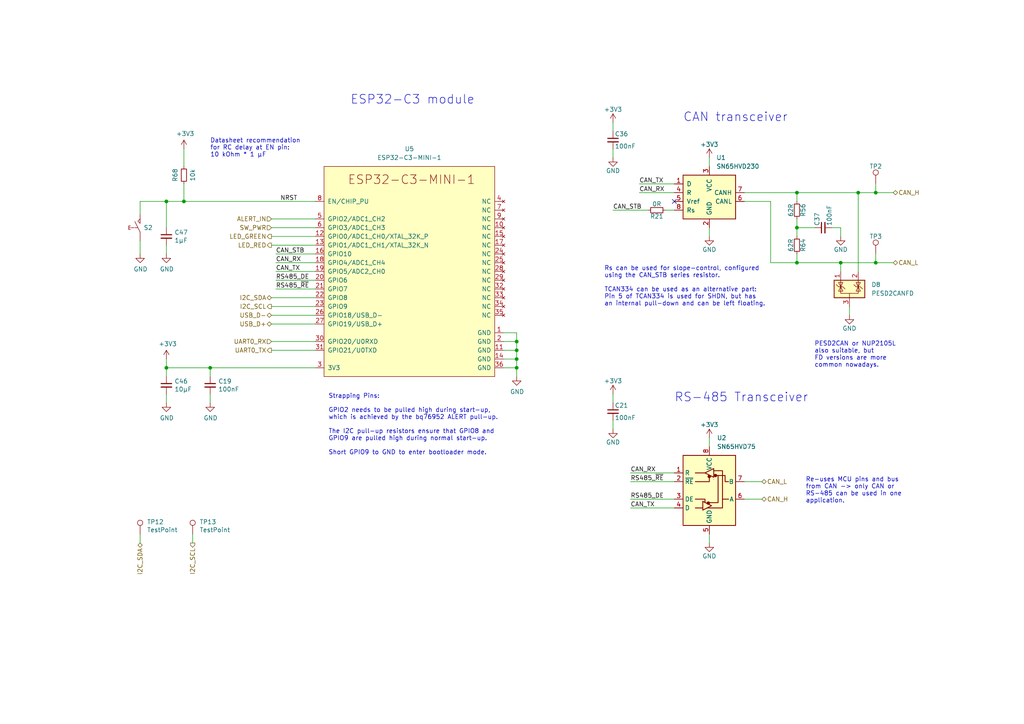
<source format=kicad_sch>
(kicad_sch (version 20231120) (generator "eeschema") (generator_version "8.0")
  (paper "A4")
  (title_block (title "Libre Solar BMS C1") (date "2024-03-17") (rev "0.4.1") (company "Libre Solar Technologies GmbH") (comment 1 "Website: https://libre.solar") (comment 2 "Author: Martin Jäger") (comment 3 "License: CERN-OHL-W"))
  (lib_symbols
    (symbol "Connector:TestPoint" (pin_numbers hide) (pin_names (offset 0.762) hide)
      (property "Reference" "TP" (at 0 6.858 0))
      (property "Value" "TestPoint" (at 0 5.08 0))
      (symbol "TestPoint_0_1"
        (circle (center 0 3.302) (radius 0.762))
      )
      (symbol "TestPoint_1_1"
        (pin passive line (at 0 0 90) (length 2.54) (name "1") (number "1"))
      )
    )
    (symbol "Espressif:ESP32-C3-MINI-1" (pin_names (offset 1.016))
      (property "Reference" "U" (at 0 33.02 0))
      (property "Value" "ESP32-C3-MINI-1" (at 0 -30.48 0))
      (symbol "ESP32-C3-MINI-1_0_0"
        (text "ESP32-C3-MINI-1" (at 1.27 27.94 0) (effects (font (size 2.54 2.54))))
      )
      (symbol "ESP32-C3-MINI-1_0_1"
        (rectangle (start -24.13 31.75) (end 25.4 -29.21) (fill (type background)))
      )
      (symbol "ESP32-C3-MINI-1_1_1"
        (pin power_in line (at 27.94 -16.51 180) (length 2.54) (name "GND") (number "1"))
        (pin no_connect line (at 27.94 13.97 180) (length 2.54) (name "NC") (number "10"))
        (pin power_in line (at 27.94 -21.59 180) (length 2.54) (name "GND") (number "11"))
        (pin bidirectional line (at -26.67 11.43 0) (length 2.54) (name "GPIO0/ADC1_CH0/XTAL_32K_P") (number "12"))
        (pin bidirectional line (at -26.67 8.89 0) (length 2.54) (name "GPIO1/ADC1_CH1/XTAL_32K_N") (number "13"))
        (pin power_in line (at 27.94 -24.13 180) (length 2.54) (name "GND") (number "14"))
        (pin no_connect line (at 27.94 11.43 180) (length 2.54) (name "NC") (number "15"))
        (pin bidirectional line (at -26.67 6.35 0) (length 2.54) (name "GPIO10") (number "16"))
        (pin no_connect line (at 27.94 8.89 180) (length 2.54) (name "NC") (number "17"))
        (pin bidirectional line (at -26.67 3.81 0) (length 2.54) (name "GPIO4/ADC1_CH4") (number "18"))
        (pin bidirectional line (at -26.67 1.27 0) (length 2.54) (name "GPIO5/ADC2_CH0") (number "19"))
        (pin power_in line (at 27.94 -19.05 180) (length 2.54) (name "GND") (number "2"))
        (pin bidirectional line (at -26.67 -1.27 0) (length 2.54) (name "GPIO6") (number "20"))
        (pin bidirectional line (at -26.67 -3.81 0) (length 2.54) (name "GPIO7") (number "21"))
        (pin bidirectional line (at -26.67 -6.35 0) (length 2.54) (name "GPIO8") (number "22"))
        (pin bidirectional line (at -26.67 -8.89 0) (length 2.54) (name "GPIO9") (number "23"))
        (pin no_connect line (at 27.94 6.35 180) (length 2.54) (name "NC") (number "24"))
        (pin no_connect line (at 27.94 3.81 180) (length 2.54) (name "NC") (number "25"))
        (pin bidirectional line (at -26.67 -11.43 0) (length 2.54) (name "GPIO18/USB_D-") (number "26"))
        (pin bidirectional line (at -26.67 -13.97 0) (length 2.54) (name "GPIO19/USB_D+") (number "27"))
        (pin no_connect line (at 27.94 1.27 180) (length 2.54) (name "NC") (number "28"))
        (pin no_connect line (at 27.94 -1.27 180) (length 2.54) (name "NC") (number "29"))
        (pin power_in line (at -26.67 -26.67 0) (length 2.54) (name "3V3") (number "3"))
        (pin bidirectional line (at -26.67 -19.05 0) (length 2.54) (name "GPIO20/U0RXD") (number "30"))
        (pin bidirectional line (at -26.67 -21.59 0) (length 2.54) (name "GPIO21/U0TXD") (number "31"))
        (pin no_connect line (at 27.94 -3.81 180) (length 2.54) (name "NC") (number "32"))
        (pin no_connect line (at 27.94 -6.35 180) (length 2.54) (name "NC") (number "33"))
        (pin no_connect line (at 27.94 -8.89 180) (length 2.54) (name "NC") (number "34"))
        (pin no_connect line (at 27.94 -11.43 180) (length 2.54) (name "NC") (number "35"))
        (pin power_in line (at 27.94 -26.67 180) (length 2.54) (name "GND") (number "36"))
        (pin no_connect line (at 27.94 21.59 180) (length 2.54) (name "NC") (number "4"))
        (pin bidirectional line (at -26.67 16.51 0) (length 2.54) (name "GPIO2/ADC1_CH2") (number "5"))
        (pin bidirectional line (at -26.67 13.97 0) (length 2.54) (name "GPIO3/ADC1_CH3") (number "6"))
        (pin no_connect line (at 27.94 19.05 180) (length 2.54) (name "NC") (number "7"))
        (pin input line (at -26.67 21.59 0) (length 2.54) (name "EN/CHIP_PU") (number "8"))
        (pin no_connect line (at 27.94 16.51 180) (length 2.54) (name "NC") (number "9"))
      )
    )
    (symbol "Interface_CAN_LIN:SN65HVD230" (pin_names (offset 1.016))
      (property "Reference" "U" (at -2.54 10.16 0))
      (property "Value" "SN65HVD230" (at -2.54 7.62 0))
      (symbol "SN65HVD230_0_1"
        (rectangle (start -7.62 5.08) (end 7.62 -7.62) (stroke (width 0.254)) (fill (type background)))
      )
      (symbol "SN65HVD230_1_1"
        (pin input line (at -10.16 2.54 0) (length 2.54) (name "D") (number "1"))
        (pin power_in line (at 0 -10.16 90) (length 2.54) (name "GND") (number "2"))
        (pin power_in line (at 0 7.62 270) (length 2.54) (name "VCC") (number "3"))
        (pin output line (at -10.16 0 0) (length 2.54) (name "R") (number "4"))
        (pin output line (at -10.16 -2.54 0) (length 2.54) (name "Vref") (number "5"))
        (pin bidirectional line (at 10.16 -2.54 180) (length 2.54) (name "CANL") (number "6"))
        (pin bidirectional line (at 10.16 0 180) (length 2.54) (name "CANH") (number "7"))
        (pin input line (at -10.16 -5.08 0) (length 2.54) (name "Rs") (number "8"))
      )
    )
    (symbol "Interface_UART:SN65HVD11HD"
      (property "Reference" "U" (at -7.62 12.7 0))
      (property "Value" "SN65HVD11HD" (at 2.54 12.7 0))
      (symbol "SN65HVD11HD_0_1"
        (rectangle (start -7.62 10.16) (end 7.62 -10.16) (stroke (width 0.254)) (fill (type background)))
        (circle (center -0.3048 -3.683) (radius 0.3556) (stroke (width 0.254)) (fill (type outline)))
        (circle (center -0.0254 4.0386) (radius 0.3556) (stroke (width 0.254)) (fill (type outline)))
        (polyline (pts (xy -4.064 -5.08) (xy -1.905 -5.08)) (stroke (width 0.254)))
        (polyline (pts (xy -4.064 5.08) (xy -1.27 5.08)) (stroke (width 0.254)))
        (polyline (pts (xy -1.27 -3.2004) (xy -1.27 -3.4544)) (stroke (width 0.254)))
        (polyline (pts (xy -4.064 -2.54) (xy -1.27 -2.54) (xy -1.27 -3.175)) (stroke (width 0.254)))
        (polyline (pts (xy 0 3.81) (xy 0 2.54) (xy -4.064 2.54)) (stroke (width 0.254)))
        (polyline (pts (xy 1.27 5.715) (xy 3.81 5.715) (xy 3.81 -2.54)) (stroke (width 0.254)))
        (polyline (pts (xy 2.54 4.318) (xy 2.54 -3.556) (xy -0.254 -3.556)) (stroke (width 0.254)))
        (polyline (pts (xy -1.905 -3.175) (xy -1.905 -5.715) (xy 0.635 -4.445) (xy -1.905 -3.175)) (stroke (width 0.254)))
        (polyline (pts (xy -1.27 5.08) (xy 1.27 6.35) (xy 1.27 3.81) (xy -1.27 5.08)) (stroke (width 0.254)))
        (polyline (pts (xy -0.508 -5.08) (xy 3.81 -5.08) (xy 3.81 -2.54) (xy 5.588 -2.54)) (stroke (width 0.254)))
        (polyline (pts (xy 2.032 4.318) (xy 4.572 4.318) (xy 4.572 2.54) (xy 5.588 2.54)) (stroke (width 0.254)))
        (rectangle (start 1.27 3.175) (end 1.27 3.175))
        (circle (center 1.778 4.318) (radius 0.3556) (stroke (width 0.254)) (fill (type outline)))
      )
      (symbol "SN65HVD11HD_1_1"
        (pin output line (at -10.16 5.08 0) (length 2.54) (name "R") (number "1"))
        (pin input line (at -10.16 2.54 0) (length 2.54) (name "~{RE}") (number "2"))
        (pin input line (at -10.16 -2.54 0) (length 2.54) (name "DE") (number "3"))
        (pin input line (at -10.16 -5.08 0) (length 2.54) (name "D") (number "4"))
        (pin power_in line (at 0 -12.7 90) (length 2.54) (name "GND") (number "5"))
        (pin bidirectional line (at 10.16 -2.54 180) (length 2.54) (name "A") (number "6"))
        (pin bidirectional line (at 10.16 2.54 180) (length 2.54) (name "B") (number "7"))
        (pin power_in line (at 0 12.7 270) (length 2.54) (name "VCC") (number "8"))
      )
    )
    (symbol "LibreSolar:C" (pin_numbers hide) (pin_names (offset 0.254) hide)
      (property "Reference" "C" (at 0.635 1.905 0))
      (property "Value" "C" (at 0.635 -1.905 0))
      (symbol "C_0_1"
        (polyline (pts (xy -1.524 -0.508) (xy 1.524 -0.508)) (stroke (width 0.3302)))
        (polyline (pts (xy -1.524 0.508) (xy 0 0.508) (xy 1.524 0.508)) (stroke (width 0.3048)))
      )
      (symbol "C_1_1"
        (pin passive line (at 0 2.54 270) (length 1.905) (name "~") (number "1"))
        (pin passive line (at 0 -2.54 90) (length 2.032) (name "~") (number "2"))
      )
    )
    (symbol "LibreSolar:R" (pin_numbers hide) (pin_names (offset 0.254) hide)
      (property "Reference" "R" (at -1.905 0 90))
      (property "Value" "R" (at 1.905 0 90))
      (symbol "R_0_1"
        (rectangle (start -0.762 1.778) (end 0.762 -1.778) (stroke (width 0.2032)))
      )
      (symbol "R_1_1"
        (pin passive line (at 0 2.54 270) (length 0.762) (name "~") (number "1"))
        (pin passive line (at 0 -2.54 90) (length 0.762) (name "~") (number "2"))
      )
    )
    (symbol "LibreSolar:SW_PUSH" (pin_numbers hide) (pin_names (offset 1.016) hide)
      (property "Reference" "S" (at 0 -1.27 0))
      (symbol "SW_PUSH_0_1"
        (pin passive line (at -3.81 0 0) (length 2.54) (name "1") (number "1"))
        (pin passive line (at 3.81 0 180) (length 2.54) (name "2") (number "2"))
      )
      (symbol "SW_PUSH_1_1"
        (polyline (pts (xy -1.27 0) (xy 1.778 1.524)))
        (polyline (pts (xy -0.508 3.302) (xy -0.508 2.794)))
        (polyline (pts (xy -0.508 3.302) (xy 0.508 3.302)))
        (polyline (pts (xy 0 0.762) (xy 0 1.524)))
        (polyline (pts (xy 0 1.778) (xy 0 2.54)))
        (polyline (pts (xy 0 2.794) (xy 0 3.302)))
        (polyline (pts (xy 0.508 3.302) (xy 0.508 2.794)))
        (polyline (pts (xy 1.27 0) (xy 1.905 0.635) (xy 2.54 0)))
      )
    )
    (symbol "Power_Protection:NUP2105L" (pin_names hide)
      (property "Reference" "D" (at 5.715 2.54 0))
      (property "Value" "NUP2105L" (at 5.715 0.635 0))
      (symbol "NUP2105L_0_0"
        (pin passive line (at 0 -5.08 90) (length 2.54) (name "A") (number "3"))
      )
      (symbol "NUP2105L_0_1"
        (rectangle (start -4.445 2.54) (end 4.445 -2.54) (stroke (width 0.254)) (fill (type background)))
        (polyline (pts (xy -2.54 2.54) (xy -2.54 0.635)))
        (polyline (pts (xy 0 -1.27) (xy 0 -2.54)))
        (polyline (pts (xy 2.54 2.54) (xy 2.54 0.635)))
        (polyline (pts (xy -3.81 1.27) (xy -3.175 0.635) (xy -1.905 0.635) (xy -1.27 0)))
        (polyline (pts (xy -2.54 0.635) (xy -2.54 -1.27) (xy 2.54 -1.27) (xy 2.54 0.635)))
        (polyline (pts (xy -2.54 0.635) (xy -1.905 -0.635) (xy -3.175 -0.635) (xy -2.54 0.635)))
        (polyline (pts (xy 2.54 0.635) (xy 1.905 -0.635) (xy 3.175 -0.635) (xy 2.54 0.635)))
        (polyline (pts (xy 2.54 0.635) (xy 3.175 1.905) (xy 1.905 1.905) (xy 2.54 0.635)))
        (polyline (pts (xy -2.54 0.635) (xy -3.175 1.905) (xy -1.905 1.905) (xy -2.54 0.635) (xy -2.54 1.27)))
        (polyline (pts (xy 1.27 1.27) (xy 1.905 0.635) (xy 2.54 0.635) (xy 3.175 0.635) (xy 3.81 0)))
      )
      (symbol "NUP2105L_1_1"
        (pin passive line (at -2.54 5.08 270) (length 2.54) (name "K") (number "1"))
        (pin passive line (at 2.54 5.08 270) (length 2.54) (name "K") (number "2"))
      )
    )
    (symbol "power:+3.3V" (power) (pin_names (offset 0))
      (property "Value" "+3.3V" (at 0 3.556 0))
      (symbol "+3.3V_0_1"
        (polyline (pts (xy -0.762 1.27) (xy 0 2.54)))
        (polyline (pts (xy 0 0) (xy 0 2.54)))
        (polyline (pts (xy 0 2.54) (xy 0.762 1.27)))
      )
      (symbol "+3.3V_1_1"
        (pin power_in line (at 0 0 90) (length 0) hide (name "+3V3") (number "1"))
      )
    )
    (symbol "power:+3V3" (power) (pin_names (offset 0))
      (property "Value" "+3V3" (at 0 3.556 0))
      (symbol "+3V3_0_1"
        (polyline (pts (xy -0.762 1.27) (xy 0 2.54)))
        (polyline (pts (xy 0 0) (xy 0 2.54)))
        (polyline (pts (xy 0 2.54) (xy 0.762 1.27)))
      )
      (symbol "+3V3_1_1"
        (pin power_in line (at 0 0 90) (length 0) hide (name "+3V3") (number "1"))
      )
    )
    (symbol "power:GND" (power) (pin_names (offset 0))
      (property "Value" "GND" (at 0 -3.81 0))
      (symbol "GND_0_1"
        (polyline (pts (xy 0 0) (xy 0 -1.27) (xy 1.27 -1.27) (xy 0 -2.54) (xy -1.27 -1.27) (xy 0 -1.27)))
      )
      (symbol "GND_1_1"
        (pin power_in line (at 0 0 270) (length 0) hide (name "GND") (number "1"))
      )
    )
  )
  (junction (at 149.86 106.68))
  (junction (at 254 76.2))
  (junction (at 254 55.88))
  (junction (at 60.96 106.68))
  (junction (at 231.14 66.04))
  (junction (at 48.26 58.42))
  (junction (at 231.14 76.2))
  (junction (at 149.86 104.14))
  (junction (at 48.26 106.68))
  (junction (at 149.86 99.06))
  (junction (at 248.92 55.88))
  (junction (at 149.86 101.6))
  (junction (at 231.14 55.88))
  (junction (at 53.34 58.42))
  (junction (at 243.84 76.2))
  (no_connect (at 195.58 58.42))
  (wire (pts (xy 48.26 58.42) (xy 53.34 58.42)))
  (wire (pts (xy 243.84 76.2) (xy 254 76.2)))
  (wire (pts (xy 248.92 55.88) (xy 254 55.88)))
  (wire (pts (xy 80.01 73.66) (xy 91.44 73.66)))
  (wire (pts (xy 60.96 106.68) (xy 91.44 106.68)))
  (wire (pts (xy 205.74 127) (xy 205.74 129.54)))
  (wire (pts (xy 40.64 69.85) (xy 40.64 73.66)))
  (wire (pts (xy 231.14 55.88) (xy 231.14 58.42)))
  (wire (pts (xy 223.52 76.2) (xy 231.14 76.2)))
  (wire (pts (xy 231.14 55.88) (xy 248.92 55.88)))
  (wire (pts (xy 78.74 91.44) (xy 91.44 91.44)))
  (wire (pts (xy 254 53.34) (xy 254 55.88)))
  (wire (pts (xy 60.96 106.68) (xy 60.96 109.22)))
  (wire (pts (xy 78.74 68.58) (xy 91.44 68.58)))
  (wire (pts (xy 53.34 53.34) (xy 53.34 58.42)))
  (wire (pts (xy 215.9 139.7) (xy 220.98 139.7)))
  (wire (pts (xy 248.92 55.88) (xy 248.92 78.74)))
  (wire (pts (xy 78.74 63.5) (xy 91.44 63.5)))
  (wire (pts (xy 185.42 53.34) (xy 195.58 53.34)))
  (wire (pts (xy 78.74 88.9) (xy 91.44 88.9)))
  (wire (pts (xy 182.88 144.78) (xy 195.58 144.78)))
  (wire (pts (xy 177.8 116.84) (xy 177.8 114.3)))
  (wire (pts (xy 193.04 60.96) (xy 195.58 60.96)))
  (wire (pts (xy 215.9 55.88) (xy 231.14 55.88)))
  (wire (pts (xy 215.9 144.78) (xy 220.98 144.78)))
  (wire (pts (xy 205.74 66.04) (xy 205.74 68.58)))
  (wire (pts (xy 146.05 96.52) (xy 149.86 96.52)))
  (wire (pts (xy 53.34 43.18) (xy 53.34 48.26)))
  (wire (pts (xy 78.74 71.12) (xy 91.44 71.12)))
  (wire (pts (xy 231.14 76.2) (xy 231.14 73.66)))
  (wire (pts (xy 80.01 83.82) (xy 91.44 83.82)))
  (wire (pts (xy 40.64 58.42) (xy 48.26 58.42)))
  (wire (pts (xy 254 73.66) (xy 254 76.2)))
  (wire (pts (xy 149.86 106.68) (xy 149.86 109.22)))
  (wire (pts (xy 223.52 58.42) (xy 223.52 76.2)))
  (wire (pts (xy 205.74 154.94) (xy 205.74 157.48)))
  (wire (pts (xy 177.8 60.96) (xy 187.96 60.96)))
  (wire (pts (xy 241.3 66.04) (xy 243.84 66.04)))
  (wire (pts (xy 243.84 76.2) (xy 231.14 76.2)))
  (wire (pts (xy 182.88 139.7) (xy 195.58 139.7)))
  (wire (pts (xy 177.8 45.72) (xy 177.8 43.18)))
  (wire (pts (xy 149.86 99.06) (xy 149.86 101.6)))
  (wire (pts (xy 185.42 55.88) (xy 195.58 55.88)))
  (wire (pts (xy 48.26 71.12) (xy 48.26 73.66)))
  (wire (pts (xy 146.05 104.14) (xy 149.86 104.14)))
  (wire (pts (xy 177.8 38.1) (xy 177.8 35.56)))
  (wire (pts (xy 80.01 78.74) (xy 91.44 78.74)))
  (wire (pts (xy 246.38 88.9) (xy 246.38 91.44)))
  (wire (pts (xy 205.74 45.72) (xy 205.74 48.26)))
  (wire (pts (xy 78.74 101.6) (xy 91.44 101.6)))
  (wire (pts (xy 78.74 99.06) (xy 91.44 99.06)))
  (wire (pts (xy 254 76.2) (xy 259.08 76.2)))
  (wire (pts (xy 48.26 58.42) (xy 48.26 66.04)))
  (wire (pts (xy 231.14 63.5) (xy 231.14 66.04)))
  (wire (pts (xy 78.74 86.36) (xy 91.44 86.36)))
  (wire (pts (xy 149.86 101.6) (xy 149.86 104.14)))
  (wire (pts (xy 48.26 104.14) (xy 48.26 106.68)))
  (wire (pts (xy 243.84 78.74) (xy 243.84 76.2)))
  (wire (pts (xy 146.05 106.68) (xy 149.86 106.68)))
  (wire (pts (xy 48.26 114.3) (xy 48.26 116.84)))
  (wire (pts (xy 231.14 66.04) (xy 231.14 68.58)))
  (wire (pts (xy 146.05 99.06) (xy 149.86 99.06)))
  (wire (pts (xy 60.96 114.3) (xy 60.96 116.84)))
  (wire (pts (xy 254 55.88) (xy 259.08 55.88)))
  (wire (pts (xy 177.8 124.46) (xy 177.8 121.92)))
  (wire (pts (xy 182.88 137.16) (xy 195.58 137.16)))
  (wire (pts (xy 146.05 101.6) (xy 149.86 101.6)))
  (wire (pts (xy 182.88 147.32) (xy 195.58 147.32)))
  (wire (pts (xy 78.74 93.98) (xy 91.44 93.98)))
  (wire (pts (xy 78.74 66.04) (xy 91.44 66.04)))
  (wire (pts (xy 55.88 154.94) (xy 55.88 157.48)))
  (wire (pts (xy 243.84 66.04) (xy 243.84 68.58)))
  (wire (pts (xy 215.9 58.42) (xy 223.52 58.42)))
  (wire (pts (xy 53.34 58.42) (xy 91.44 58.42)))
  (wire (pts (xy 80.01 81.28) (xy 91.44 81.28)))
  (wire (pts (xy 149.86 96.52) (xy 149.86 99.06)))
  (wire (pts (xy 80.01 76.2) (xy 91.44 76.2)))
  (wire (pts (xy 149.86 104.14) (xy 149.86 106.68)))
  (wire (pts (xy 48.26 106.68) (xy 60.96 106.68)))
  (wire (pts (xy 40.64 62.23) (xy 40.64 58.42)))
  (wire (pts (xy 231.14 66.04) (xy 236.22 66.04)))
  (wire (pts (xy 40.64 154.94) (xy 40.64 157.48)))
  (wire (pts (xy 48.26 106.68) (xy 48.26 109.22)))
  (text "Datasheet recommendation\nfor RC delay at EN pin:\n10 kOhm * 1 µF" (at 60.96 45.72 0) (effects (font (size 1.27 1.27)) (justify left bottom)))
  (text "Strapping Pins:\n\nGPIO2 needs to be pulled high during start-up,\nwhich is achieved by the bq76952 ALERT pull-up.\n\nThe I2C pull-up resistors ensure that GPIO8 and\nGPIO9 are pulled high during normal start-up.\n\nShort GPIO9 to GND to enter bootloader mode." (at 95.25 132.08 0) (effects (font (size 1.27 1.27)) (justify left bottom)))
  (text "RS-485 Transceiver" (at 195.58 116.84 0) (effects (font (size 2.54 2.54)) (justify left bottom)))
  (text "Re-uses MCU pins and bus\nfrom CAN -> only CAN or\nRS-485 can be used in one\napplication.\n" (at 233.68 146.05 0) (effects (font (size 1.27 1.27)) (justify left bottom)))
  (text "PESD2CAN or NUP2105L\nalso suitable, but\nFD versions are more\ncommon nowadays." (at 236.22 106.68 0) (effects (font (size 1.27 1.27)) (justify left bottom)))
  (text "CAN transceiver" (at 198.12 35.56 0) (effects (font (size 2.54 2.54)) (justify left bottom)))
  (text "ESP32-C3 module" (at 101.6 30.48 0) (effects (font (size 2.54 2.54)) (justify left bottom)))
  (text "Rs can be used for slope-control, configured\nusing the CAN_STB series resistor.\n\nTCAN334 can be used as an alternative part:\nPin 5 of TCAN334 is used for SHDN, but has\nan internal pull-down and can be left floating." (at 175.26 88.9 0) (effects (font (size 1.27 1.27)) (justify left bottom)))
  (label "CAN_TX" (at 182.88 147.32 0))
  (label "CAN_STB" (at 80.01 73.66 0))
  (label "CAN_STB" (at 177.8 60.96 0))
  (label "RS485_~{RE}" (at 182.88 139.7 0))
  (label "NRST" (at 81.28 58.42 0))
  (label "CAN_RX" (at 182.88 137.16 0))
  (label "RS485_DE" (at 182.88 144.78 0))
  (label "RS485_DE" (at 80.01 81.28 0))
  (label "CAN_RX" (at 80.01 76.2 0))
  (label "CAN_RX" (at 185.42 55.88 0))
  (label "CAN_TX" (at 80.01 78.74 0))
  (label "CAN_TX" (at 185.42 53.34 0))
  (label "RS485_~{RE}" (at 80.01 83.82 0))
  (hierarchical_label "USB_D+" (shape bidirectional) (at 78.74 93.98 180))
  (hierarchical_label "I2C_SDA" (shape bidirectional) (at 78.74 86.36 180))
  (hierarchical_label "USB_D-" (shape bidirectional) (at 78.74 91.44 180))
  (hierarchical_label "LED_GREEN" (shape output) (at 78.74 68.58 180))
  (hierarchical_label "I2C_SDA" (shape bidirectional) (at 40.64 157.48 270))
  (hierarchical_label "CAN_L" (shape bidirectional) (at 220.98 139.7 0))
  (hierarchical_label "CAN_H" (shape bidirectional) (at 259.08 55.88 0))
  (hierarchical_label "ALERT_IN" (shape input) (at 78.74 63.5 180))
  (hierarchical_label "UART0_TX" (shape output) (at 78.74 101.6 180))
  (hierarchical_label "LED_RED" (shape output) (at 78.74 71.12 180))
  (hierarchical_label "I2C_SCL" (shape output) (at 55.88 157.48 270))
  (hierarchical_label "I2C_SCL" (shape output) (at 78.74 88.9 180))
  (hierarchical_label "SW_PWR" (shape input) (at 78.74 66.04 180))
  (hierarchical_label "CAN_L" (shape bidirectional) (at 259.08 76.2 0))
  (hierarchical_label "UART0_RX" (shape input) (at 78.74 99.06 180))
  (hierarchical_label "CAN_H" (shape bidirectional) (at 220.98 144.78 0))
  (symbol (lib_id "LibreSolar:C") (at 48.26 111.76 0) (unit 1)
    (property "Reference" "C46" (at 50.5968 110.5916 0) (effects (justify left)))
    (property "Value" "10µF" (at 50.5968 112.903 0) (effects (justify left)))
    (property "Footprint" "LibreSolar:C_0805_2012" (effects (hide yes)))
    (property "Manufacturer" "Samsung Electro-Mechanics" (effects (hide yes)))
    (property "PartNumber" "CL21A106KPFNNNE" (effects (hide yes)))
    (property "Remarks" "min. 10V, X5R" (effects (hide yes)))
    (property "LCSC" "C17024" (effects (hide yes)))
  )
  (symbol (lib_id "power:GND") (at 149.86 109.22 0) (unit 1)
    (property "Reference" "#PWR021" (effects (hide yes)))
    (property "Value" "GND" (at 149.987 113.6142 0))
  )
  (symbol (lib_id "power:GND") (at 48.26 116.84 0) (unit 1)
    (property "Reference" "#PWR019" (effects (hide yes)))
    (property "Value" "GND" (at 48.387 121.2342 0))
  )
  (symbol (lib_id "power:+3V3") (at 48.26 104.14 0) (unit 1)
    (property "Reference" "#PWR01" (effects (hide yes)))
    (property "Value" "+3V3" (at 48.641 99.7458 0))
  )
  (symbol (lib_id "LibreSolar:C") (at 48.26 68.58 0) (unit 1)
    (property "Reference" "C47" (at 50.5968 67.4116 0) (effects (justify left)))
    (property "Value" "1µF" (at 50.5968 69.723 0) (effects (justify left)))
    (property "Footprint" "LibreSolar:C_0603_1608" (effects (hide yes)))
    (property "Manufacturer" "Samsung Electro-Mechanics" (effects (hide yes)))
    (property "LCSC" "C5673" (effects (hide yes)))
    (property "PartNumber" "CL10A105KA8NNNC" (effects (hide yes)))
    (property "Remarks" "min. 10V, X5R" (effects (hide yes)))
  )
  (symbol (lib_id "power:GND") (at 48.26 73.66 0) (unit 1)
    (property "Reference" "#PWR0135" (effects (hide yes)))
    (property "Value" "GND" (at 48.387 78.0542 0))
  )
  (symbol (lib_id "power:+3V3") (at 53.34 43.18 0) (unit 1)
    (property "Reference" "#PWR0108" (effects (hide yes)))
    (property "Value" "+3V3" (at 53.721 38.7858 0))
  )
  (symbol (lib_id "LibreSolar:R") (at 53.34 50.8 0) (mirror x) (unit 1)
    (property "Reference" "R68" (at 50.8 50.8 90))
    (property "Value" "10k" (at 55.88 50.8 90))
    (property "Footprint" "LibreSolar:R_0603_1608" (effects (hide yes)))
    (property "Manufacturer" "Yageo" (effects (hide yes)))
    (property "PartNumber" "RC0603FR-0710KL" (effects (hide yes)))
  )
  (symbol (lib_id "LibreSolar:C") (at 238.76 66.04 90) (unit 1)
    (property "Reference" "C37" (at 236.982 65.532 0) (effects (justify left)))
    (property "Value" "100nF" (at 240.538 65.532 0) (effects (justify left)))
    (property "Footprint" "LibreSolar:C_0603_1608" (effects (hide yes)))
    (property "Manufacturer" "Samsung Electro-Mechanics" (effects (hide yes)))
    (property "PartNumber" "CL10B104KC8NNNC" (effects (hide yes)))
    (property "Remarks" "min. 100V, X7R" (effects (hide yes)))
    (property "LCSC" "C15725" (effects (hide yes)))
  )
  (symbol (lib_id "power:+3.3V") (at 177.8 114.3 0) (unit 1)
    (property "Reference" "#PWR015" (effects (hide yes)))
    (property "Value" "+3V3" (at 177.8 110.49 0))
  )
  (symbol (lib_id "LibreSolar:R") (at 231.14 60.96 0) (mirror y) (unit 1)
    (property "Reference" "R56" (at 232.918 60.96 90))
    (property "Value" "62R" (at 229.362 60.96 90))
    (property "Footprint" "LibreSolar:R_0603_1608" (effects (hide yes)))
    (property "Manufacturer" "Yageo" (effects (hide yes)))
    (property "PartNumber" "RC0603FR-0762RL" (effects (hide yes)))
  )
  (symbol (lib_id "LibreSolar:C") (at 177.8 40.64 0) (unit 1)
    (property "Reference" "C36" (at 178.308 38.862 0) (effects (justify left)))
    (property "Value" "100nF" (at 178.308 42.418 0) (effects (justify left)))
    (property "Footprint" "LibreSolar:C_0603_1608" (effects (hide yes)))
    (property "Manufacturer" "Samsung Electro-Mechanics" (effects (hide yes)))
    (property "PartNumber" "CL10B104KC8NNNC" (effects (hide yes)))
    (property "Remarks" "min. 100V, X7R" (effects (hide yes)))
    (property "LCSC" "C15725" (effects (hide yes)))
  )
  (symbol (lib_id "Espressif:ESP32-C3-MINI-1") (at 118.11 80.01 0) (unit 1)
    (property "Reference" "U5" (at 118.745 43.18 0))
    (property "Value" "ESP32-C3-MINI-1" (at 118.745 45.72 0))
    (property "Footprint" "Espressif:ESP32-C3-MINI-1" (effects (hide yes)))
    (property "Datasheet" "https://www.espressif.com/sites/default/files/documentation/esp32-c3-mini-1_datasheet_en.pdf" (effects (hide yes)))
    (property "PartNumber" "ESP32-C3-MINI-1-N4" (effects (hide yes)))
    (property "Manufacturer" "Espressif Systems" (effects (hide yes)))
    (property "LCSC" "C2838502" (effects (hide yes)))
  )
  (symbol (lib_id "power:+3.3V") (at 205.74 45.72 0) (unit 1)
    (property "Reference" "#PWR0102" (effects (hide yes)))
    (property "Value" "+3V3" (at 205.74 41.91 0))
  )
  (symbol (lib_id "power:GND") (at 60.96 116.84 0) (unit 1)
    (property "Reference" "#PWR0129" (effects (hide yes)))
    (property "Value" "GND" (at 61.087 121.2342 0))
  )
  (symbol (lib_id "power:+3.3V") (at 177.8 35.56 0) (unit 1)
    (property "Reference" "#PWR0130" (effects (hide yes)))
    (property "Value" "+3V3" (at 177.8 31.75 0))
  )
  (symbol (lib_id "LibreSolar:SW_PUSH") (at 40.64 66.04 90) (unit 1)
    (property "Reference" "S2" (at 41.656 66.04 90) (effects (justify right)))
    (property "Value" "SW_PUSH" (effects (hide yes)))
    (property "Footprint" "Button_Switch_SMD:SW_SPST_TL3305A" (effects (hide yes)))
    (property "Manufacturer" "E-Switch" (effects (hide yes)))
    (property "PartNumber" "TL3305AF160QG" (effects (hide yes)))
    (property "LCSC" "C2886899" (effects (hide yes)))
  )
  (symbol (lib_id "Interface_UART:SN65HVD11HD") (at 205.74 142.24 0) (unit 1)
    (property "Reference" "U2" (at 207.9341 127 0) (effects (justify left)))
    (property "Value" "SN65HVD75" (at 207.9341 129.54 0) (effects (justify left)))
    (property "Footprint" "Package_SO:SOIC-8_3.9x4.9mm_P1.27mm" (effects (hide yes)))
    (property "Datasheet" "http://www.ti.com/lit/ds/symlink/sn65hvd11-ht.pdf" (effects (hide yes)))
    (property "Manufacturer" "Texas Instruments" (effects (hide yes)))
    (property "PartNumber" "SN65HVD75DR" (effects (hide yes)))
    (property "Remarks" "Alternative: ISL3178E" (effects (hide yes)))
    (property "LCSC" "C57928" (effects (hide yes)))
  )
  (symbol (lib_id "Power_Protection:NUP2105L") (at 246.38 83.82 0) (unit 1)
    (property "Reference" "D8" (at 252.73 82.5499 0) (effects (justify left)))
    (property "Value" "PESD2CANFD" (at 252.73 85.0899 0) (effects (justify left)))
    (property "Footprint" "Package_TO_SOT_SMD:SOT-23" (effects (hide yes)))
    (property "Manufacturer" "Nexperia" (effects (hide yes)))
    (property "PartNumber" "PESD2CANFD24V-TR" (effects (hide yes)))
    (property "Remarks" "Alternative: onsemi ESDONCAN1LT" (effects (hide yes)))
    (property "LCSC" "C552486" (effects (hide yes)))
  )
  (symbol (lib_id "LibreSolar:C") (at 177.8 119.38 0) (unit 1)
    (property "Reference" "C21" (at 178.308 117.602 0) (effects (justify left)))
    (property "Value" "100nF" (at 178.308 121.158 0) (effects (justify left)))
    (property "Footprint" "LibreSolar:C_0603_1608" (effects (hide yes)))
    (property "Manufacturer" "Samsung Electro-Mechanics" (effects (hide yes)))
    (property "PartNumber" "CL10B104KC8NNNC" (effects (hide yes)))
    (property "Remarks" "min. 100V, X7R" (effects (hide yes)))
    (property "LCSC" "C15725" (effects (hide yes)))
  )
  (symbol (lib_id "LibreSolar:R") (at 231.14 71.12 0) (mirror y) (unit 1)
    (property "Reference" "R64" (at 232.918 71.12 90))
    (property "Value" "62R" (at 229.362 71.12 90))
    (property "Footprint" "LibreSolar:R_0603_1608" (effects (hide yes)))
    (property "Manufacturer" "Yageo" (effects (hide yes)))
    (property "PartNumber" "RC0603FR-0762RL" (effects (hide yes)))
  )
  (symbol (lib_id "power:GND") (at 243.84 68.58 0) (unit 1)
    (property "Reference" "#PWR08" (effects (hide yes)))
    (property "Value" "GND" (at 243.84 72.39 0))
  )
  (symbol (lib_id "Connector:TestPoint") (at 40.64 154.94 0) (unit 1)
    (property "Reference" "TP12" (at 42.6212 151.384 0) (effects (justify left)))
    (property "Value" "TestPoint" (at 42.6212 153.6954 0) (effects (justify left)))
    (property "Footprint" "TestPoint:TestPoint_Pad_D1.5mm" (effects (hide yes)))
  )
  (symbol (lib_id "power:+3.3V") (at 205.74 127 0) (unit 1)
    (property "Reference" "#PWR014" (effects (hide yes)))
    (property "Value" "+3V3" (at 205.74 123.19 0))
  )
  (symbol (lib_id "Connector:TestPoint") (at 55.88 154.94 0) (unit 1)
    (property "Reference" "TP13" (at 57.8612 151.384 0) (effects (justify left)))
    (property "Value" "TestPoint" (at 57.8612 153.6954 0) (effects (justify left)))
    (property "Footprint" "TestPoint:TestPoint_Pad_D1.5mm" (effects (hide yes)))
  )
  (symbol (lib_id "power:GND") (at 205.74 68.58 0) (unit 1)
    (property "Reference" "#PWR0132" (effects (hide yes)))
    (property "Value" "GND" (at 205.74 72.39 0))
  )
  (symbol (lib_id "Connector:TestPoint") (at 254 73.66 0) (mirror y) (unit 1)
    (property "Reference" "TP3" (at 254 68.58 0))
    (property "Value" "TestPoint" (effects (hide yes)))
    (property "Footprint" "TestPoint:TestPoint_Pad_D1.5mm" (effects (hide yes)))
  )
  (symbol (lib_id "LibreSolar:C") (at 60.96 111.76 0) (unit 1)
    (property "Reference" "C19" (at 63.2968 110.5916 0) (effects (justify left)))
    (property "Value" "100nF" (at 63.2968 112.903 0) (effects (justify left)))
    (property "Footprint" "LibreSolar:C_0603_1608" (effects (hide yes)))
    (property "Manufacturer" "Samsung Electro-Mechanics" (effects (hide yes)))
    (property "Remarks" "min. 100V, X7R" (effects (hide yes)))
    (property "LCSC" "C15725" (effects (hide yes)))
    (property "PartNumber" "CL10B104KC8NNNC" (effects (hide yes)))
  )
  (symbol (lib_id "Interface_CAN_LIN:SN65HVD230") (at 205.74 55.88 0) (unit 1)
    (property "Reference" "U1" (at 207.7594 45.72 0) (effects (justify left)))
    (property "Value" "SN65HVD230" (at 207.7594 48.26 0) (effects (justify left)))
    (property "Footprint" "Package_SO:SOIC-8_3.9x4.9mm_P1.27mm" (effects (hide yes)))
    (property "Datasheet" "http://www.ti.com/lit/ds/symlink/sn65hvd230.pdf" (effects (hide yes)))
    (property "Manufacturer" "Texas Instruments" (effects (hide yes)))
    (property "PartNumber" "SN65HVD230DR" (effects (hide yes)))
    (property "Remarks" "Alternative: SN65HVD230QDR" (effects (hide yes)))
    (property "LCSC" "C12084" (effects (hide yes)))
  )
  (symbol (lib_id "LibreSolar:R") (at 190.5 60.96 270) (mirror x) (unit 1)
    (property "Reference" "R21" (at 190.5 62.738 90))
    (property "Value" "0R" (at 190.5 59.182 90))
    (property "Footprint" "LibreSolar:R_0603_1608" (effects (hide yes)))
    (property "Manufacturer" "Yageo" (effects (hide yes)))
    (property "PartNumber" "RC0603FR-070RL" (effects (hide yes)))
  )
  (symbol (lib_id "power:GND") (at 246.38 91.44 0) (unit 1)
    (property "Reference" "#PWR0149" (effects (hide yes)))
    (property "Value" "GND" (at 246.38 95.25 0))
  )
  (symbol (lib_id "power:GND") (at 177.8 45.72 0) (unit 1)
    (property "Reference" "#PWR0131" (effects (hide yes)))
    (property "Value" "GND" (at 177.8 49.53 0))
  )
  (symbol (lib_id "power:GND") (at 205.74 157.48 0) (unit 1)
    (property "Reference" "#PWR010" (effects (hide yes)))
    (property "Value" "GND" (at 205.74 161.29 0))
  )
  (symbol (lib_id "Connector:TestPoint") (at 254 53.34 0) (unit 1)
    (property "Reference" "TP2" (at 254 48.26 0))
    (property "Value" "TestPoint" (effects (hide yes)))
    (property "Footprint" "TestPoint:TestPoint_Pad_D1.5mm" (effects (hide yes)))
  )
  (symbol (lib_id "power:GND") (at 177.8 124.46 0) (unit 1)
    (property "Reference" "#PWR016" (effects (hide yes)))
    (property "Value" "GND" (at 177.8 128.27 0))
  )
  (symbol (lib_id "power:GND") (at 40.64 73.66 0) (unit 1)
    (property "Reference" "#PWR06" (effects (hide yes)))
    (property "Value" "GND" (at 40.767 78.0542 0))
  )
)
</source>
